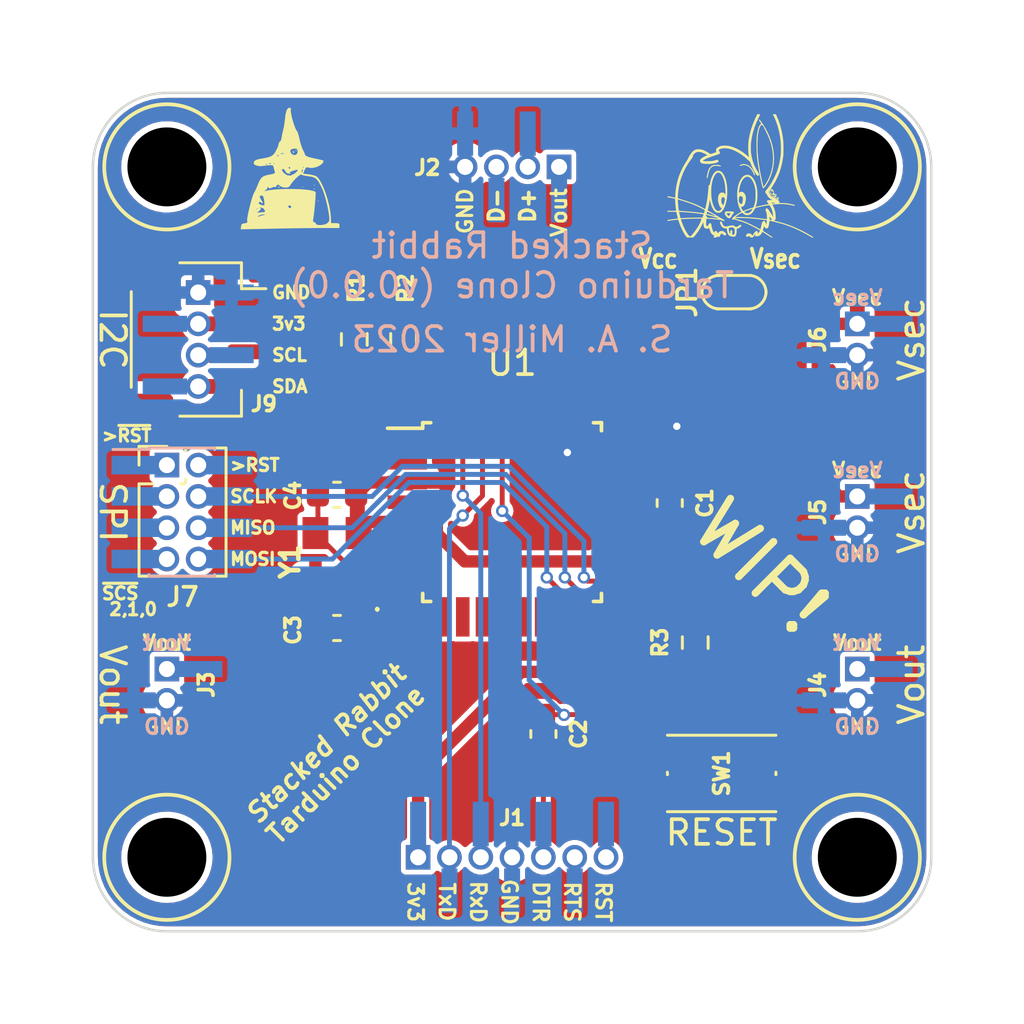
<source format=kicad_pcb>
(kicad_pcb (version 20211014) (generator pcbnew)
  (title_block (title "Tarduino Clone") (rev "0.0.0") (company "The Nerd Mage"))
  (layers (0 "F.Cu" signal) (31 "B.Cu" signal) (34 "B.Paste" user) (35 "F.Paste" user) (36 "B.SilkS" user "B.Silkscreen") (37 "F.SilkS" user "F.Silkscreen") (38 "B.Mask" user) (39 "F.Mask" user) (44 "Edge.Cuts" user))
  (net 0 "")
  (net 1 "SCL")
  (net 2 "SDA")
  (net 3 "GND")
  (net 4 "+3V3")
  (net 5 "IO3")
  (net 6 "IO1")
  (net 10 "/RTS")
  (net 11 "RST")
  (net 12 "Vsec")
  (net 13 "UD+")
  (net 14 "UD-")
  (net 15 "Net-(C3-Pad2)")
  (net 16 "Net-(C4-Pad2)")
  (net 17 "D3")
  (net 18 "D4")
  (net 19 "D5")
  (net 20 "D6")
  (net 21 "D7")
  (net 22 "D8")
  (net 23 "D9")
  (net 24 "D10")
  (net 25 "MOSI")
  (net 26 "MISO")
  (net 27 "A6")
  (net 28 "A7")
  (net 29 "A0")
  (net 30 "A1")
  (net 31 "A2")
  (net 32 "A3")
  (net 33 "RESET")
  (net 34 "D2")
  (net 35 "/AREF")
  (net 36 "DTR")
  (net 37 "SCLK")
  (net 38 "~{SCS}2")
  (net 39 "~{SCS}1")
  (net 40 "~{SCS}0")
  (net 41 "~{DEV_RESET}")
  (net 42 "DEV_RESET")
  (footprint "Tinker:Mount" (layer "F.Cu") (at 114 114)
    (fp_text reference "REF**" hide)
    (fp_text value "Mount" hide)
    (pad "" np_thru_hole circle (at 0 0) (size 3.2 3.2) (drill 3.2) (layers *.Mask))
  )
  (footprint "Tinker:Board_Stacker_7" (layer "F.Cu") (at 96.19 114 90)
    (fp_text reference "J1" (at 1.6 3.81) (layer "F.SilkS") (effects (font (size 0.6 0.6))))
    (fp_text value "Conn_01x07_Male")
    (pad "1" thru_hole rect (at 0 0 90) (size 1 1) (drill 0.65) (layers *.Cu *.Mask) (net 4 "+3V3"))
    (pad "1" smd rect (at 1.35 0 90) (size 1.8 0.65) (layers "B.Cu" "B.Paste" "B.Mask") (net 4 "+3V3"))
    (pad "2" thru_hole oval (at 0 1.27 90) (size 1 1) (drill 0.65) (layers *.Cu *.Mask) (net 5 "IO3"))
    (pad "2" smd rect (at -1.35 1.27 90) (size 1.8 0.65) (layers "B.Cu" "B.Paste" "B.Mask") (net 5 "IO3"))
    (pad "3" smd rect (at 1.35 2.54 90) (size 1.8 0.65) (layers "B.Cu" "B.Paste" "B.Mask") (net 6 "IO1"))
    (pad "3" thru_hole oval (at 0 2.54 90) (size 1 1) (drill 0.65) (layers *.Cu *.Mask) (net 6 "IO1"))
    (pad "4" thru_hole oval (at 0 3.81 90) (size 1 1) (drill 0.65) (layers *.Cu *.Mask) (net 3 "GND"))
    (pad "4" smd rect (at -1.35 3.81 90) (size 1.8 0.65) (layers "B.Cu" "B.Paste" "B.Mask") (net 3 "GND"))
    (pad "5" smd rect (at 1.35 5.08 90) (size 1.8 0.65) (layers "B.Cu" "B.Paste" "B.Mask") (net 36 "DTR"))
    (pad "5" thru_hole oval (at 0 5.08 90) (size 1 1) (drill 0.65) (layers *.Cu *.Mask) (net 36 "DTR"))
    (pad "6" thru_hole oval (at 0 6.35 90) (size 1 1) (drill 0.65) (layers *.Cu *.Mask) (net 10 "/RTS"))
    (pad "6" smd rect (at -1.35 6.35 90) (size 1.8 0.65) (layers "B.Cu" "B.Paste" "B.Mask") (net 10 "/RTS"))
    (pad "7" smd rect (at 1.35 7.62 90) (size 1.8 0.65) (layers "B.Cu" "B.Paste" "B.Mask") (net 11 "RST"))
    (pad "7" thru_hole oval (at 0 7.62 90) (size 1 1) (drill 0.65) (layers *.Cu *.Mask) (net 11 "RST"))
  )
  (footprint "Capacitor_SMD:C_0603_1608Metric" (layer "F.Cu") (at 92.9 99.3 180)
    (fp_text reference "C4" (at 1.788257 -0.032555 90) (layer "F.SilkS") (effects (font (size 0.6 0.6))))
    (fp_text value "20pF")
    (pad "1" smd roundrect (at -0.775 0 180) (size 0.9 0.95) (layers "F.Cu" "F.Paste" "F.Mask") (net 3 "GND"))
    (pad "2" smd roundrect (at 0.775 0 180) (size 0.9 0.95) (layers "F.Cu" "F.Paste" "F.Mask") (net 16 "Net-(C4-Pad2)"))
  )
  (footprint "Resistor_SMD:R_0603_1608Metric" (layer "F.Cu") (at 107.428728 105.2923 90)
    (fp_text reference "R3" (at 0 -1.43 90) (layer "F.SilkS") (effects (font (size 0.6 0.6))))
    (fp_text value "10R")
    (pad "1" smd roundrect (at -0.825 0 90) (size 0.8 0.95) (layers "F.Cu" "F.Paste" "F.Mask") (net 33 "RESET"))
    (pad "2" smd roundrect (at 0.825 0 90) (size 0.8 0.95) (layers "F.Cu" "F.Paste" "F.Mask") (net 4 "+3V3"))
  )
  (footprint "Capacitor_SMD:C_0603_1608Metric" (layer "F.Cu") (at 101.27 109 -90)
    (fp_text reference "C2" (at 0 -1.43 90) (layer "F.SilkS") (effects (font (size 0.6 0.6))))
    (fp_text value "100nF")
    (pad "1" smd roundrect (at -0.775 0 270) (size 0.9 0.95) (layers "F.Cu" "F.Paste" "F.Mask") (net 33 "RESET"))
    (pad "2" smd roundrect (at 0.775 0 270) (size 0.9 0.95) (layers "F.Cu" "F.Paste" "F.Mask") (net 36 "DTR"))
  )
  (footprint "Tinker:Mount" (layer "F.Cu") (at 86 114)
    (fp_text reference "REF**" hide)
    (fp_text value "Mount" hide)
    (pad "" np_thru_hole circle (at 0 0) (size 3.2 3.2) (drill 3.2) (layers *.Mask))
  )
  (footprint "Tinker:QWIIC_Stack_II" (layer "F.Cu") (at 87.27 93 -90)
    (fp_text reference "J9" (at 2.61321 -2.663751) (layer "F.SilkS") (effects (font (size 0.6 0.6))))
    (fp_text value "QWIIC_Stackable")
    (pad "1" thru_hole rect (at -1.905 0) (size 1 1) (drill 0.65) (layers *.Cu *.Mask) (net 3 "GND"))
    (pad "1" smd roundrect (at -1.905 -0.877656 270) (size 0.6 1.55) (layers "F.Cu" "F.Paste" "F.Mask") (net 3 "GND"))
    (pad "1" smd rect (at -1.905 -1.35) (size 1.8 0.65) (layers "B.Cu" "B.Paste" "B.Mask") (net 3 "GND"))
    (pad "1" smd roundrect (at -1.5 -1.97 270) (size 0.6 1.55) (layers "F.Cu" "F.Paste" "F.Mask") (net 3 "GND"))
    (pad "2" thru_hole oval (at -0.635 0) (size 1 1) (drill 0.65) (layers *.Cu *.Mask) (net 4 "+3V3"))
    (pad "2" smd roundrect (at -0.5 -1.97 270) (size 0.6 1.55) (layers "F.Cu" "F.Paste" "F.Mask") (net 4 "+3V3"))
    (pad "2" smd rect (at -0.635 1.35) (size 1.8 0.65) (layers "B.Cu" "B.Paste" "B.Mask") (net 4 "+3V3"))
    (pad "2" smd roundrect (at -0.635 -0.877656 270) (size 0.6 1.55) (layers "F.Cu" "F.Paste" "F.Mask") (net 4 "+3V3"))
    (pad "3" smd rect (at 0.635 -1.35) (size 1.8 0.65) (layers "B.Cu" "B.Paste" "B.Mask") (net 2 "SDA"))
    (pad "3" thru_hole oval (at 0.635 0) (size 1 1) (drill 0.65) (layers *.Cu *.Mask) (net 2 "SDA"))
    (pad "3" smd roundrect (at 0.5 -1.97 270) (size 0.6 1.55) (layers "F.Cu" "F.Paste" "F.Mask") (net 2 "SDA"))
    (pad "3" smd roundrect (at 0.635 -0.877656 270) (size 0.6 1.55) (layers "F.Cu" "F.Paste" "F.Mask") (net 2 "SDA"))
    (pad "4" thru_hole oval (at 1.905 0) (size 1 1) (drill 0.65) (layers *.Cu *.Mask) (net 1 "SCL"))
    (pad "4" smd roundrect (at 1.5 -1.97 270) (size 0.6 1.55) (layers "F.Cu" "F.Paste" "F.Mask") (net 1 "SCL"))
    (pad "4" smd roundrect (at 1.905 -0.877656 270) (size 0.6 1.55) (layers "F.Cu" "F.Paste" "F.Mask") (net 1 "SCL"))
    (pad "4" smd rect (at 1.905 1.35) (size 1.8 0.65) (layers "B.Cu" "B.Paste" "B.Mask") (net 1 "SCL"))
    (pad "MP" smd roundrect (at -2.8 1.905 270) (size 1.2 1.8) (layers "F.Cu" "F.Paste" "F.Mask") (roundrect_rratio 0.208333) (net 3 "GND"))
    (pad "MP" smd roundrect (at 2.8 1.905 270) (size 1.2 1.8) (layers "F.Cu" "F.Paste" "F.Mask") (roundrect_rratio 0.208333) (net 3 "GND"))
  )
  (footprint "Tinker:DagNabbit" (layer "F.Cu") (at 109 87)
    (fp_text reference "REF**" hide)
    (fp_text value "DagNabbit" hide)
  )
  (footprint "Capacitor_SMD:C_0603_1608Metric" (layer "F.Cu") (at 92.9 104.7)
    (fp_text reference "C3" (at -1.784672 0.083393 90) (layer "F.SilkS") (effects (font (size 0.6 0.6))))
    (fp_text value "20pF")
    (pad "1" smd roundrect (at -0.775 0) (size 0.9 0.95) (layers "F.Cu" "F.Paste" "F.Mask") (net 3 "GND"))
    (pad "2" smd roundrect (at 0.775 0) (size 0.9 0.95) (layers "F.Cu" "F.Paste" "F.Mask") (net 15 "Net-(C3-Pad2)"))
  )
  (footprint "Package_QFP:TQFP-32_7x7mm_P0.8mm" (layer "F.Cu") (at 100 100)
    (fp_text reference "U1" (at 0 -6.05) (layer "F.SilkS"))
    (fp_text value "ATmega328PB-A")
    (pad "1" smd rect (at -4.25 -2.8) (size 1.6 0.55) (layers "F.Cu" "F.Paste" "F.Mask") (net 17 "D3"))
    (pad "2" smd rect (at -4.25 -2) (size 1.6 0.55) (layers "F.Cu" "F.Paste" "F.Mask") (net 18 "D4"))
    (pad "3" smd rect (at -4.25 -1.2) (size 1.6 0.55) (layers "F.Cu" "F.Paste" "F.Mask") (net 3 "GND"))
    (pad "4" smd rect (at -4.25 -0.4) (size 1.6 0.55) (layers "F.Cu" "F.Paste" "F.Mask") (net 4 "+3V3"))
    (pad "5" smd rect (at -4.25 0.4) (size 1.6 0.55) (layers "F.Cu" "F.Paste" "F.Mask") (net 3 "GND"))
    (pad "6" smd rect (at -4.25 1.2) (size 1.6 0.55) (layers "F.Cu" "F.Paste" "F.Mask") (net 4 "+3V3"))
    (pad "7" smd rect (at -4.25 2) (size 1.6 0.55) (layers "F.Cu" "F.Paste" "F.Mask") (net 16 "Net-(C4-Pad2)"))
    (pad "8" smd rect (at -4.25 2.8) (size 1.6 0.55) (layers "F.Cu" "F.Paste" "F.Mask") (net 15 "Net-(C3-Pad2)"))
    (pad "9" smd rect (at -2.8 4.25 90) (size 1.6 0.55) (layers "F.Cu" "F.Paste" "F.Mask") (net 19 "D5"))
    (pad "10" smd rect (at -2 4.25 90) (size 1.6 0.55) (layers "F.Cu" "F.Paste" "F.Mask") (net 20 "D6"))
    (pad "11" smd rect (at -1.2 4.25 90) (size 1.6 0.55) (layers "F.Cu" "F.Paste" "F.Mask") (net 21 "D7"))
    (pad "12" smd rect (at -0.4 4.25 90) (size 1.6 0.55) (layers "F.Cu" "F.Paste" "F.Mask") (net 22 "D8"))
    (pad "13" smd rect (at 0.4 4.25 90) (size 1.6 0.55) (layers "F.Cu" "F.Paste" "F.Mask") (net 23 "D9"))
    (pad "14" smd rect (at 1.2 4.25 90) (size 1.6 0.55) (layers "F.Cu" "F.Paste" "F.Mask") (net 24 "D10"))
    (pad "15" smd rect (at 2 4.25 90) (size 1.6 0.55) (layers "F.Cu" "F.Paste" "F.Mask") (net 25 "MOSI"))
    (pad "16" smd rect (at 2.8 4.25 90) (size 1.6 0.55) (layers "F.Cu" "F.Paste" "F.Mask") (net 26 "MISO"))
    (pad "17" smd rect (at 4.25 2.8) (size 1.6 0.55) (layers "F.Cu" "F.Paste" "F.Mask") (net 37 "SCLK"))
    (pad "18" smd rect (at 4.25 2) (size 1.6 0.55) (layers "F.Cu" "F.Paste" "F.Mask") (net 4 "+3V3"))
    (pad "19" smd rect (at 4.25 1.2) (size 1.6 0.55) (layers "F.Cu" "F.Paste" "F.Mask") (net 27 "A6"))
    (pad "20" smd rect (at 4.25 0.4) (size 1.6 0.55) (layers "F.Cu" "F.Paste" "F.Mask") (net 35 "/AREF"))
    (pad "21" smd rect (at 4.25 -0.4) (size 1.6 0.55) (layers "F.Cu" "F.Paste" "F.Mask") (net 3 "GND"))
    (pad "22" smd rect (at 4.25 -1.2) (size 1.6 0.55) (layers "F.Cu" "F.Paste" "F.Mask") (net 28 "A7"))
    (pad "23" smd rect (at 4.25 -2) (size 1.6 0.55) (layers "F.Cu" "F.Paste" "F.Mask") (net 29 "A0"))
    (pad "24" smd rect (at 4.25 -2.8) (size 1.6 0.55) (layers "F.Cu" "F.Paste" "F.Mask") (net 30 "A1"))
    (pad "25" smd rect (at 2.8 -4.25 90) (size 1.6 0.55) (layers "F.Cu" "F.Paste" "F.Mask") (net 31 "A2"))
    (pad "26" smd rect (at 2 -4.25 90) (size 1.6 0.55) (layers "F.Cu" "F.Paste" "F.Mask") (net 32 "A3"))
    (pad "27" smd rect (at 1.2 -4.25 90) (size 1.6 0.55) (layers "F.Cu" "F.Paste" "F.Mask") (net 2 "SDA"))
    (pad "28" smd rect (at 0.4 -4.25 90) (size 1.6 0.55) (layers "F.Cu" "F.Paste" "F.Mask") (net 1 "SCL"))
    (pad "29" smd rect (at -0.4 -4.25 90) (size 1.6 0.55) (layers "F.Cu" "F.Paste" "F.Mask") (net 33 "RESET"))
    (pad "30" smd rect (at -1.2 -4.25 90) (size 1.6 0.55) (layers "F.Cu" "F.Paste" "F.Mask") (net 5 "IO3"))
    (pad "31" smd rect (at -2 -4.25 90) (size 1.6 0.55) (layers "F.Cu" "F.Paste" "F.Mask") (net 6 "IO1"))
    (pad "32" smd rect (at -2.8 -4.25 90) (size 1.6 0.55) (layers "F.Cu" "F.Paste" "F.Mask") (net 34 "D2"))
  )
  (footprint "Tinker:Board_Stacker_2" (layer "F.Cu") (at 114 106.365)
    (fp_text reference "J4" (at -1.6 0.635 90) (layer "F.SilkS") (effects (font (size 0.6 0.6))))
    (fp_text value "Conn_01x02_Male")
    (pad "1" thru_hole rect (at 0 0) (size 1 1) (drill 0.65) (layers *.Cu *.Mask))
    (pad "1" smd rect (at 1.35 0) (size 1.8 0.65) (layers "B.Cu" "B.Paste" "B.Mask"))
    (pad "2" smd rect (at -1.35 1.27) (size 1.8 0.65) (layers "B.Cu" "B.Paste" "B.Mask") (net 3 "GND"))
    (pad "2" thru_hole oval (at 0 1.27) (size 1 1) (drill 0.65) (layers *.Cu *.Mask) (net 3 "GND"))
  )
  (footprint "Tinker:Mount" (layer "F.Cu") (at 114 86)
    (fp_text reference "REF**" hide)
    (fp_text value "Mount" hide)
    (pad "" np_thru_hole circle (at 0 0) (size 3.2 3.2) (drill 3.2) (layers *.Mask))
  )
  (footprint "Tinker:Board_Stacker_2" (layer "F.Cu") (at 86 106.365)
    (fp_text reference "J3" (at 1.6 0.635 90) (layer "F.SilkS") (effects (font (size 0.6 0.6))))
    (fp_text value "Conn_01x02_Male")
    (pad "1" thru_hole rect (at 0 0) (size 1 1) (drill 0.65) (layers *.Cu *.Mask))
    (pad "1" smd rect (at 1.35 0) (size 1.8 0.65) (layers "B.Cu" "B.Paste" "B.Mask"))
    (pad "2" thru_hole oval (at 0 1.27) (size 1 1) (drill 0.65) (layers *.Cu *.Mask) (net 3 "GND"))
    (pad "2" smd rect (at -1.35 1.27) (size 1.8 0.65) (layers "B.Cu" "B.Paste" "B.Mask") (net 3 "GND"))
  )
  (footprint "Tinker:NerdMage" (layer "F.Cu") (at 91 86)
    (fp_text reference "G***" hide)
    (fp_text value "LOGO" hide)
  )
  (footprint "Resistor_SMD:R_0603_1608Metric" (layer "F.Cu") (at 93.6 92.997162 90)
    (fp_text reference "R1" (at 2.073732 0.080339 90) (layer "F.SilkS") (effects (font (size 0.6 0.6))))
    (fp_text value "10R")
    (pad "1" smd roundrect (at -0.825 0 90) (size 0.8 0.95) (layers "F.Cu" "F.Paste" "F.Mask") (net 2 "SDA"))
    (pad "2" smd roundrect (at 0.825 0 90) (size 0.8 0.95) (layers "F.Cu" "F.Paste" "F.Mask") (net 4 "+3V3"))
  )
  (footprint "Capacitor_SMD:C_0603_1608Metric" (layer "F.Cu") (at 106.393026 99.63218 -90)
    (fp_text reference "C1" (at 0 -1.43 90) (layer "F.SilkS") (effects (font (size 0.6 0.6))))
    (fp_text value "100nF")
    (pad "1" smd roundrect (at -0.775 0 270) (size 0.9 0.95) (layers "F.Cu" "F.Paste" "F.Mask") (net 3 "GND"))
    (pad "2" smd roundrect (at 0.775 0 270) (size 0.9 0.95) (layers "F.Cu" "F.Paste" "F.Mask") (net 35 "/AREF"))
  )
  (footprint "Tinker:Board_Stacker_2" (layer "F.Cu") (at 114 92.365)
    (fp_text reference "J6" (at -1.6 0.635 90) (layer "F.SilkS") (effects (font (size 0.6 0.6))))
    (fp_text value "Conn_01x02_Male")
    (pad "1" smd rect (at 1.35 0) (size 1.8 0.65) (layers "B.Cu" "B.Paste" "B.Mask") (net 12 "Vsec"))
    (pad "1" thru_hole rect (at 0 0) (size 1 1) (drill 0.65) (layers *.Cu *.Mask) (net 12 "Vsec"))
    (pad "2" smd rect (at -1.35 1.27) (size 1.8 0.65) (layers "B.Cu" "B.Paste" "B.Mask") (net 3 "GND"))
    (pad "2" thru_hole oval (at 0 1.27) (size 1 1) (drill 0.65) (layers *.Cu *.Mask) (net 3 "GND"))
  )
  (footprint "Tinker:ABM825000MHz10B1UT" (layer "F.Cu") (at 92.9 102 90)
    (fp_text reference "Y1" (at 0 -1.905 90) (layer "F.SilkS") (effects (font (size 0.75 0.75) (thickness 0.1875))))
    (fp_text value "20.000MHz" hide)
    (pad "1" smd rect (at -1.15 0.875 180) (size 1.05 1.3) (layers "F.Cu" "F.Paste" "F.Mask") (net 15 "Net-(C3-Pad2)"))
    (pad "2" smd rect (at 1.15 0.875 180) (size 1.05 1.3) (layers "F.Cu" "F.Paste" "F.Mask") (net 3 "GND"))
    (pad "3" smd rect (at 1.15 -0.875 180) (size 1.05 1.3) (layers "F.Cu" "F.Paste" "F.Mask") (net 16 "Net-(C4-Pad2)"))
    (pad "4" smd rect (at -1.15 -0.875 180) (size 1.05 1.3) (layers "F.Cu" "F.Paste" "F.Mask") (net 3 "GND"))
  )
  (footprint "Tinker:Board_Stacker_2" (layer "F.Cu") (at 114 99.365)
    (fp_text reference "J5" (at -1.6 0.635 90) (layer "F.SilkS") (effects (font (size 0.6 0.6))))
    (fp_text value "Conn_01x02_Male")
    (pad "1" smd rect (at 1.35 0) (size 1.8 0.65) (layers "B.Cu" "B.Paste" "B.Mask") (net 12 "Vsec"))
    (pad "1" thru_hole rect (at 0 0) (size 1 1) (drill 0.65) (layers *.Cu *.Mask) (net 12 "Vsec"))
    (pad "2" smd rect (at -1.35 1.27) (size 1.8 0.65) (layers "B.Cu" "B.Paste" "B.Mask") (net 3 "GND"))
    (pad "2" thru_hole oval (at 0 1.27) (size 1 1) (drill 0.65) (layers *.Cu *.Mask) (net 3 "GND"))
  )
  (footprint "Tinker:Mount" (layer "F.Cu") (at 86 86)
    (fp_text reference "REF**" hide)
    (fp_text value "Mount" hide)
    (pad "" np_thru_hole circle (at 0 0) (size 3.2 3.2) (drill 3.2) (layers *.Mask))
  )
  (footprint "Resistor_SMD:R_0603_1608Metric" (layer "F.Cu") (at 95.6 92.997162 90)
    (fp_text reference "R2" (at 2.073732 0.080339 90) (layer "F.SilkS") (effects (font (size 0.6 0.6))))
    (fp_text value "10R")
    (pad "1" smd roundrect (at -0.825 0 90) (size 0.8 0.95) (layers "F.Cu" "F.Paste" "F.Mask") (net 1 "SCL"))
    (pad "2" smd roundrect (at 0.825 0 90) (size 0.8 0.95) (layers "F.Cu" "F.Paste" "F.Mask") (net 4 "+3V3"))
  )
  (footprint "Tinker:SW_Push_TS273014TP" (layer "F.Cu") (at 108.5 110.6 180)
    (fp_text reference "SW1" (at 0 0 90) (layer "F.SilkS") (effects (font (size 0.6 0.6))))
    (fp_text value "SW_Push" hide)
    (pad "1" smd rect (at -1.85 -0.85 180) (size 1.6 0.6) (layers "F.Cu" "F.Paste" "F.Mask") (net 3 "GND"))
    (pad "1" smd rect (at 1.85 -0.85 180) (size 1.6 0.6) (layers "F.Cu" "F.Paste" "F.Mask") (net 3 "GND"))
    (pad "2" smd rect (at -1.85 0.85 180) (size 1.6 0.6) (layers "F.Cu" "F.Paste" "F.Mask") (net 33 "RESET"))
    (pad "2" smd rect (at 1.85 0.85 180) (size 1.6 0.6) (layers "F.Cu" "F.Paste" "F.Mask") (net 33 "RESET"))
  )
  (footprint "Tinker:Board_Stacker_4" (layer "F.Cu") (at 101.905 86 -90)
    (fp_text reference "J2" (at 0.032251 5.341301) (layer "F.SilkS") (effects (font (size 0.6 0.6))))
    (fp_text value "Conn_01x04_Male")
    (pad "1" smd rect (at 1.35 0 270) (size 1.8 0.65) (layers "B.Cu" "B.Paste" "B.Mask"))
    (pad "1" thru_hole rect (at 0 0 270) (size 1 1) (drill 0.65) (layers *.Cu *.Mask))
    (pad "2" smd rect (at -1.35 1.27 270) (size 1.8 0.65) (layers "B.Cu" "B.Paste" "B.Mask") (net 13 "UD+"))
    (pad "2" thru_hole oval (at 0 1.27 270) (size 1 1) (drill 0.65) (layers *.Cu *.Mask) (net 13 "UD+"))
    (pad "3" thru_hole oval (at 0 2.54 270) (size 1 1) (drill 0.65) (layers *.Cu *.Mask) (net 14 "UD-"))
    (pad "3" smd rect (at 1.35 2.54 270) (size 1.8 0.65) (layers "B.Cu" "B.Paste" "B.Mask") (net 14 "UD-"))
    (pad "4" thru_hole oval (at 0 3.81 270) (size 1 1) (drill 0.65) (layers *.Cu *.Mask) (net 3 "GND"))
    (pad "4" smd rect (at -1.35 3.81 270) (size 1.8 0.65) (layers "B.Cu" "B.Paste" "B.Mask") (net 3 "GND"))
  )
  (footprint "Tinker:SolderJumper-2_P_Open_Rounded_skinny" (layer "F.Cu") (at 109 91.08 180)
    (fp_text reference "JP1" (at 1.9 0 90) (layer "F.SilkS") (effects (font (size 0.75 0.75))))
    (fp_text value "SolderJumper_2_Open" hide)
    (pad "1" smd custom (at -0.65 0 180) (size 1 0.2) (layers "F.Cu" "F.Mask") (net 12 "Vsec") (options (clearance outline) (anchor rect)) (primitives (gr_circle (center 0 0.1) (end 0.5 0.1) (width 0) (fill yes)) (gr_circle (center 0 -0.1) (end 0.5 -0.1) (width 0) (fill yes)) (gr_poly (pts (xy 0.5 0.6) (xy 0 0.6) (xy 0 -0.6) (xy 0.5 -0.6)) (width 0) (fill yes))))
    (pad "2" smd custom (at 0.65 0 180) (size 1 0.2) (layers "F.Cu" "F.Mask") (net 4 "+3V3") (options (clearance outline) (anchor rect)) (primitives (gr_circle (center 0 0.1) (end 0.5 0.1) (width 0) (fill yes)) (gr_circle (center 0 -0.1) (end 0.5 -0.1) (width 0) (fill yes)) (gr_poly (pts (xy 0 0.6) (xy -0.5 0.6) (xy -0.5 -0.6) (xy 0 -0.6)) (width 0) (fill yes))))
  )
  (footprint "Tinker:PinHeader_2x04_P1.27mm_Vertical" (layer "F.Cu") (at 86 98.095)
    (fp_text reference "J7" (at 0.635 5.345) (layer "F.SilkS") (effects (font (size 0.75 0.75))))
    (fp_text value "Conn_01x08_Male")
    (pad "1" thru_hole rect (at 0 0) (size 1 1) (drill 0.65) (layers *.Cu *.Mask) (net 41 "~{DEV_RESET}"))
    (pad "1" smd rect (at -1.195 0) (size 2.1 0.75) (layers "B.Cu" "B.Paste" "B.Mask") (net 41 "~{DEV_RESET}"))
    (pad "2" thru_hole oval (at 1.27 0) (size 1 1) (drill 0.65) (layers *.Cu *.Mask) (net 42 "DEV_RESET"))
    (pad "2" smd rect (at 2.405 0) (size 2.1 0.75) (layers "B.Cu" "B.Paste" "B.Mask") (net 42 "DEV_RESET"))
    (pad "3" smd rect (at -1.195 1.27) (size 2.1 0.75) (layers "B.Cu" "B.Paste" "B.Mask") (net 38 "~{SCS}2"))
    (pad "3" thru_hole oval (at 0 1.27) (size 1 1) (drill 0.65) (layers *.Cu *.Mask) (net 38 "~{SCS}2"))
    (pad "4" thru_hole oval (at 1.27 1.27) (size 1 1) (drill 0.65) (layers *.Cu *.Mask) (net 37 "SCLK"))
    (pad "4" smd rect (at 2.405 1.27) (size 2.1 0.75) (layers "B.Cu" "B.Paste" "B.Mask") (net 37 "SCLK"))
    (pad "5" smd rect (at -1.195 2.54) (size 2.1 0.75) (layers "B.Cu" "B.Paste" "B.Mask") (net 39 "~{SCS}1"))
    (pad "5" thru_hole oval (at 0 2.54) (size 1 1) (drill 0.65) (layers *.Cu *.Mask) (net 39 "~{SCS}1"))
    (pad "6" smd rect (at 2.405 2.54) (size 2.1 0.75) (layers "B.Cu" "B.Paste" "B.Mask") (net 26 "MISO"))
    (pad "6" thru_hole oval (at 1.27 2.54) (size 1 1) (drill 0.65) (layers *.Cu *.Mask) (net 26 "MISO"))
    (pad "7" smd rect (at -1.195 3.81) (size 2.1 0.75) (layers "B.Cu" "B.Paste" "B.Mask") (net 40 "~{SCS}0"))
    (pad "7" thru_hole oval (at 0 3.81) (size 1 1) (drill 0.65) (layers *.Cu *.Mask) (net 40 "~{SCS}0"))
    (pad "8" thru_hole oval (at 1.27 3.81) (size 1 1) (drill 0.65) (layers *.Cu *.Mask) (net 25 "MOSI"))
    (pad "8" smd rect (at 2.405 3.81) (size 2.1 0.75) (layers "B.Cu" "B.Paste" "B.Mask") (net 25 "MOSI"))
  )
  (gr_line (start 117 86) (end 117 114) (layer "Edge.Cuts") (width 0.1))
  (gr_arc (start 86 117) (mid 83.87868 116.12132) (end 83 114) (layer "Edge.Cuts") (width 0.1))
  (gr_arc (start 83 86) (mid 83.87868 83.87868) (end 86 83) (layer "Edge.Cuts") (width 0.1))
  (gr_line (start 86 83) (end 114 83) (layer "Edge.Cuts") (width 0.1))
  (gr_line (start 83 114) (end 83 86) (layer "Edge.Cuts") (width 0.1))
  (gr_arc (start 114 83) (mid 116.12132 83.87868) (end 117 86) (layer "Edge.Cuts") (width 0.1))
  (gr_line (start 86 117) (end 114 117) (layer "Edge.Cuts") (width 0.1))
  (gr_arc (start 117 114) (mid 116.12132 116.12132) (end 114 117) (layer "Edge.Cuts") (width 0.1))
  (gr_text "Stacked Rabbit\n${TITLE} (v${REVISION})" (at 100 90) (layer "B.SilkS") (effects (font (size 1 1)) (justify mirror)))
  (gr_text "Vout" (at 86 105.3) (layer "B.SilkS") (effects (font (size 0.6 0.6) (thickness 0.125)) (justify mirror)))
  (gr_text "Vout" (at 114 105.3) (layer "B.SilkS") (effects (font (size 0.6 0.6) (thickness 0.125)) (justify mirror)))
  (gr_text "Vsec" (at 114 98.3) (layer "B.SilkS") (effects (font (size 0.6 0.6) (thickness 0.125)) (justify mirror)))
  (gr_text "Vsec" (at 114 91.3) (layer "B.SilkS") (effects (font (size 0.6 0.6) (thickness 0.125)) (justify mirror)))
  (gr_text "GND" (at 114 101.7) (layer "B.SilkS") (effects (font (size 0.6 0.6) (thickness 0.125)) (justify mirror)))
  (gr_text "GND" (at 114 108.7) (layer "B.SilkS") (effects (font (size 0.6 0.6) (thickness 0.125)) (justify mirror)))
  (gr_text "GND" (at 86 108.7) (layer "B.SilkS") (effects (font (size 0.6 0.6) (thickness 0.125)) (justify mirror)))
  (gr_text "GND" (at 114 94.7) (layer "B.SilkS") (effects (font (size 0.6 0.6) (thickness 0.125)) (justify mirror)))
  (gr_text "S. A. Miller 2023" (at 100 93) (layer "B.SilkS") (effects (font (size 1 1)) (justify mirror)))
  (gr_text "Stacked Rabbit" (at 92.46407 109.396747 45) (layer "F.SilkS") (effects (font (size 0.75 0.75) (thickness 0.15) italic)))
  (gr_text "I2C" (at 83.8 93 -90) (layer "F.SilkS") (effects (font (size 1 1))))
  (gr_text "2,1,0" (at 83.6 103.94) (layer "F.SilkS") (effects (font (size 0.5 0.5) (thickness 0.125)) (justify left)))
  (gr_text "Vout" (at 86 105.3) (layer "F.SilkS") (effects (font (size 0.6 0.6) (thickness 0.125))))
  (gr_text "~{SCS}" (at 83.3 103.3) (layer "F.SilkS") (effects (font (size 0.5 0.5) (thickness 0.125)) (justify left)))
  (gr_text "Vsec" (at 114 98.3) (layer "F.SilkS") (effects (font (size 0.6 0.6) (thickness 0.125))))
  (gr_text "GND" (at 114 94.7) (layer "F.SilkS") (effects (font (size 0.6 0.6) (thickness 0.125))))
  (gr_text "WIP!" (at 110.069419 102.207464 -45) (layer "F.SilkS") (effects (font (size 2 2) (thickness 0.3))))
  (gr_text "Vsec" (at 116.2 93 90) (layer "F.SilkS") (effects (font (size 1 1))))
  (gr_text "Vout" (at 114 105.3) (layer "F.SilkS") (effects (font (size 0.6 0.6) (thickness 0.125))))
  (gr_text "Vout" (at 116.2 107 90) (layer "F.SilkS") (effects (font (size 1 1))))
  (gr_text "GND" (at 86 108.7) (layer "F.SilkS") (effects (font (size 0.6 0.6) (thickness 0.125))))
  (gr_text "RxD" (at 98.622125 115.812234 270) (layer "F.SilkS") (effects (font (size 0.6 0.6) (thickness 0.125))))
  (gr_text ">RST" (at 88.5 98.095) (layer "F.SilkS") (effects (font (size 0.5 0.5) (thickness 0.125)) (justify left)))
  (gr_text "Vsec" (at 110.68 89.726721) (layer "F.SilkS") (effects (font (size 0.75 0.6))))
  (gr_text "TxD" (at 97.352125 115.812234 270) (layer "F.SilkS") (effects (font (size 0.6 0.6) (thickness 0.125))))
  (gr_text ">~{RST}" (at 83.3 96.9) (layer "F.SilkS") (effects (font (size 0.5 0.5) (thickness 0.125)) (justify left)))
  (gr_text "GND" (at 114 101.7) (layer "F.SilkS") (effects (font (size 0.6 0.6) (thickness 0.125))))
  (gr_text "GND" (at 114 108.7) (layer "F.SilkS") (effects (font (size 0.6 0.6) (thickness 0.125))))
  (gr_text "SCLK" (at 88.5 99.365) (layer "F.SilkS") (effects (font (size 0.5 0.5) (thickness 0.125)) (justify left)))
  (gr_text "GND" (at 99.892125 115.812234 270) (layer "F.SilkS") (effects (font (size 0.6 0.6) (thickness 0.125))))
  (gr_text "Vsec" (at 116.2 100 90) (layer "F.SilkS") (effects (font (size 1 1))))
  (gr_text "MOSI" (at 88.5 101.905) (layer "F.SilkS") (effects (font (size 0.5 0.5) (thickness 0.125)) (justify left)))
  (gr_text "3v3" (at 90.2 92.365) (layer "F.SilkS") (effects (font (size 0.5 0.5) (thickness 0.125)) (justify left)))
  (gr_text "RTS" (at 102.432125 115.812234 270) (layer "F.SilkS") (effects (font (size 0.6 0.6) (thickness 0.125))))
  (gr_text "DTR" (at 101.162125 115.812234 270) (layer "F.SilkS") (effects (font (size 0.6 0.6) (thickness 0.125))))
  (gr_text "D-" (at 99.365 86.8 90) (layer "F.SilkS") (effects (font (size 0.6 0.6)) (justify right)))
  (gr_text "RST" (at 103.702125 115.812234 270) (layer "F.SilkS") (effects (font (size 0.6 0.6) (thickness 0.125))))
  (gr_text "RESET" (at 108.5 113) (layer "F.SilkS") (effects (font (size 1 1))))
  (gr_text "Vout" (at 101.905 86.8 90) (layer "F.SilkS") (effects (font (size 0.6 0.6) (thickness 0.125)) (justify right)))
  (gr_text "GND" (at 98.095 86.8 90) (layer "F.SilkS") (effects (font (size 0.6 0.6) (thickness 0.125)) (justify right)))
  (gr_text "D+" (at 100.635 86.8 90) (layer "F.SilkS") (effects (font (size 0.6 0.6)) (justify right)))
  (gr_text "GND" (at 90.2 91.095) (layer "F.SilkS") (effects (font (size 0.5 0.5) (thickness 0.125)) (justify left)))
  (gr_text "Vsec" (at 114 91.3) (layer "F.SilkS") (effects (font (size 0.6 0.6) (thickness 0.125))))
  (gr_text "Vout" (at 83.8 107 -90) (layer "F.SilkS") (effects (font (size 1 1))))
  (gr_text "${TITLE}" (at 93.267651 110.245027 45) (layer "F.SilkS") (effects (font (size 0.75 0.75))))
  (gr_text "SPI" (at 83.8 100 -90) (layer "F.SilkS") (effects (font (size 1 1))))
  (gr_text "SDA" (at 90.2 94.905) (layer "F.SilkS") (effects (font (size 0.5 0.5) (thickness 0.125)) (justify left)))
  (gr_text "SCL" (at 90.2 93.635) (layer "F.SilkS") (effects (font (size 0.5 0.5) (thickness 0.125)) (justify left)))
  (gr_text "MISO" (at 88.5 100.635) (layer "F.SilkS") (effects (font (size 0.5 0.5) (thickness 0.125)) (justify left)))
  (gr_text "3v3" (at 96.082125 115.812234 270) (layer "F.SilkS") (effects (font (size 0.6 0.6) (thickness 0.125))))
  (gr_text "Vcc" (at 105.924051 89.726721) (layer "F.SilkS") (effects (font (size 0.75 0.6))))
  (segment (start 99.526781 93.822162) (end 100.425755 94.721136) (width 0.2) (layer "F.Cu") (net 1))
  (segment (start 94.922162 94.5) (end 92.630412 94.5) (width 0.2) (layer "F.Cu") (net 1))
  (segment (start 95.6 93.822162) (end 99.526781 93.822162) (width 0.2) (layer "F.Cu") (net 1))
  (segment (start 95.6 93.822162) (end 94.922162 94.5) (width 0.2) (layer "F.Cu") (net 1))
  (segment (start 100.425755 94.721136) (end 100.4 94.746891) (width 0.2) (layer "F.Cu") (net 1))
  (segment (start 100.4 94.746891) (end 100.4 95.75) (width 0.2) (layer "F.Cu") (net 1))
  (segment (start 89.24 94.5) (end 92.630412 94.5) (width 0.2) (layer "F.Cu") (net 1))
  (segment (start 99.432144 92.865) (end 101.2 94.632856) (width 0.2) (layer "F.Cu") (net 2))
  (segment (start 94.376677 92.865) (end 99.432144 92.865) (width 0.2) (layer "F.Cu") (net 2))
  (segment (start 101.2 94.632856) (end 101.2 95.75) (width 0.2) (layer "F.Cu") (net 2))
  (segment (start 93.277838 93.5) (end 93.6 93.822162) (width 0.2) (layer "F.Cu") (net 2))
  (segment (start 93.6 93.641677) (end 94.376677 92.865) (width 0.2) (layer "F.Cu") (net 2))
  (segment (start 93.6 93.822162) (end 93.6 93.641677) (width 0.2) (layer "F.Cu") (net 2))
  (segment (start 89.24 93.5) (end 93.277838 93.5) (width 0.2) (layer "F.Cu") (net 2))
  (segment (start 95.75 98.8) (end 94.175 98.8) (width 0.5) (layer "F.Cu") (net 3))
  (segment (start 94.175 98.8) (end 93.675 99.3) (width 0.5) (layer "F.Cu") (net 3))
  (segment (start 94.225 100.4) (end 93.775 100.85) (width 0.5) (layer "F.Cu") (net 3))
  (segment (start 95.75 100.4) (end 94.225 100.4) (width 0.5) (layer "F.Cu") (net 3))
  (via (at 106.68 96.52) (size 0.5) (drill 0.3) (layers "F.Cu" "B.Cu") (net 3))
  (via (at 102.241325 97.583431) (size 0.5) (drill 0.3) (layers "F.Cu" "B.Cu") (net 3))
  (segment (start 87.27 92.365) (end 107.065 92.365) (width 0.5) (layer "F.Cu") (net 4))
  (segment (start 96.825 99.6) (end 96.95 99.725) (width 0.5) (layer "F.Cu") (net 4))
  (segment (start 105.416253 106.479775) (end 107.428728 104.4673) (width 0.5) (layer "F.Cu") (net 4))
  (segment (start 96.19 114) (end 96.19 110.658543) (width 0.5) (layer "F.Cu") (net 4))
  (segment (start 107.585711 101.773856) (end 108.35 101.009567) (width 0.5) (layer "F.Cu") (net 4))
  (segment (start 95.75 99.6) (end 96.825 99.6) (width 0.5) (layer "F.Cu") (net 4))
  (segment (start 96.19 110.658543) (end 100.368768 106.479775) (width 0.5) (layer "F.Cu") (net 4))
  (segment (start 96.95 100.871293) (end 96.621293 101.2) (width 0.5) (layer "F.Cu") (net 4))
  (segment (start 104.25 102) (end 107.359567 102) (width 0.5) (layer "F.Cu") (net 4))
  (segment (start 100.368768 106.479775) (end 105.416253 106.479775) (width 0.5) (layer "F.Cu") (net 4))
  (segment (start 96.95 99.725) (end 96.95 100.871293) (width 0.5) (layer "F.Cu") (net 4))
  (segment (start 107.428728 101.930839) (end 107.585711 101.773856) (width 0.5) (layer "F.Cu") (net 4))
  (segment (start 107.428728 104.4673) (end 107.428728 101.930839) (width 0.5) (layer "F.Cu") (net 4))
  (segment (start 96.621293 101.2) (end 95.75 101.2) (width 0.5) (layer "F.Cu") (net 4))
  (segment (start 107.359567 102) (end 107.585711 101.773856) (width 0.5) (layer "F.Cu") (net 4))
  (segment (start 108.35 101.009567) (end 108.35 91.08) (width 0.5) (layer "F.Cu") (net 4))
  (segment (start 104.25 102) (end 98.078707 102) (width 0.5) (layer "F.Cu") (net 4))
  (segment (start 107.065 92.365) (end 108.35 91.08) (width 0.5) (layer "F.Cu") (net 4))
  (segment (start 98.078707 102) (end 96.95 100.871293) (width 0.5) (layer "F.Cu") (net 4))
  (segment (start 97.998537 100.139972) (end 98.8 99.338509) (width 0.2) (layer "F.Cu") (net 5))
  (segment (start 98.8 99.338509) (end 98.8 95.75) (width 0.2) (layer "F.Cu") (net 5))
  (via (at 97.998537 100.139972) (size 0.5) (drill 0.3) (layers "F.Cu" "B.Cu") (net 5))
  (segment (start 97.998537 100.139972) (end 97.46 100.678509) (width 0.2) (layer "B.Cu") (net 5))
  (segment (start 97.46 100.678509) (end 97.46 114) (width 0.2) (layer "B.Cu") (net 5))
  (segment (start 98 99.327382) (end 98 95.75) (width 0.2) (layer "F.Cu") (net 6))
  (via (at 98 99.327382) (size 0.5) (drill 0.3) (layers "F.Cu" "B.Cu") (net 6))
  (segment (start 98 99.330308) (end 98.73 100.060308) (width 0.2) (layer "B.Cu") (net 6))
  (segment (start 98 99.327382) (end 98 99.330308) (width 0.2) (layer "B.Cu") (net 6))
  (segment (start 98.73 100.060308) (end 98.73 114) (width 0.2) (layer "B.Cu") (net 6))
  (segment (start 112.397289 98.504701) (end 112.397289 93.15147) (width 0.5) (layer "F.Cu") (net 12))
  (segment (start 113.257588 99.365) (end 112.397289 98.504701) (width 0.5) (layer "F.Cu") (net 12))
  (segment (start 112.397289 93.15147) (end 113.183759 92.365) (width 0.5) (layer "F.Cu") (net 12))
  (segment (start 114 99.365) (end 113.257588 99.365) (width 0.5) (layer "F.Cu") (net 12))
  (segment (start 114 91.08) (end 109.65 91.08) (width 0.6) (layer "F.Cu") (net 12))
  (segment (start 113.183759 92.365) (end 114 92.365) (width 0.5) (layer "F.Cu") (net 12))
  (segment (start 114 91.08) (end 114 92.365) (width 0.6) (layer "F.Cu") (net 12))
  (segment (start 94.125 102.8) (end 93.775 103.15) (width 0.2) (layer "F.Cu") (net 15))
  (segment (start 95.75 102.8) (end 94.125 102.8) (width 0.2) (layer "F.Cu") (net 15))
  (segment (start 93.675 104.7) (end 93.675 103.25) (width 0.2) (layer "F.Cu") (net 15))
  (segment (start 93.675 103.25) (end 93.775 103.15) (width 0.2) (layer "F.Cu") (net 15))
  (segment (start 92.125 100.75) (end 92.025 100.85) (width 0.2) (layer "F.Cu") (net 16))
  (segment (start 95.75 102) (end 93.175 102) (width 0.2) (layer "F.Cu") (net 16))
  (segment (start 92.125 99.3) (end 92.125 100.75) (width 0.2) (layer "F.Cu") (net 16))
  (segment (start 93.175 102) (end 92.025 100.85) (width 0.2) (layer "F.Cu") (net 16))
  (segment (start 101.406874 102.6495) (end 102 103.242626) (width 0.2) (layer "F.Cu") (net 25))
  (segment (start 102 103.242626) (end 102 104.25) (width 0.2) (layer "F.Cu") (net 25))
  (via (at 101.406874 102.6495) (size 0.5) (drill 0.3) (layers "F.Cu" "B.Cu") (net 25))
  (segment (start 101.408007 102.648367) (end 101.408007 100.600734) (width 0.2) (layer "B.Cu") (net 25))
  (segment (start 92.713409 101.905) (end 95.82004 98.798369) (width 0.2) (layer "B.Cu") (net 25))
  (segment (start 101.408007 100.600734) (end 99.605642 98.798369) (width 0.2) (layer "B.Cu") (net 25))
  (segment (start 101.406874 102.6495) (end 101.408007 102.648367) (width 0.2) (layer "B.Cu") (net 25))
  (segment (start 87.27 101.905) (end 92.713409 101.905) (width 0.2) (layer "B.Cu") (net 25))
  (segment (start 99.605642 98.798369) (end 95.82004 98.798369) (width 0.2) (layer "B.Cu") (net 25))
  (segment (start 102.140751 102.6495) (end 102.8 103.308749) (width 0.2) (layer "F.Cu") (net 26))
  (segment (start 102.8 103.308749) (end 102.8 104.25) (width 0.2) (layer "F.Cu") (net 26))
  (via (at 102.140751 102.6495) (size 0.5) (drill 0.3) (layers "F.Cu" "B.Cu") (net 26))
  (segment (start 93.520961 100.635) (end 95.684592 98.471369) (width 0.2) (layer "B.Cu") (net 26))
  (segment (start 87.27 100.635) (end 93.520961 100.635) (width 0.2) (layer "B.Cu") (net 26))
  (segment (start 102.140751 100.87103) (end 102.140751 102.6495) (width 0.2) (layer "B.Cu") (net 26))
  (segment (start 95.684592 98.471369) (end 99.74109 98.471369) (width 0.2) (layer "B.Cu") (net 26))
  (segment (start 99.74109 98.471369) (end 102.140751 100.87103) (width 0.2) (layer "B.Cu") (net 26))
  (segment (start 106.65 109.75) (end 106.65 109.116441) (width 0.2) (layer "F.Cu") (net 33))
  (segment (start 110.35 109.75) (end 106.65 109.75) (width 0.2) (layer "F.Cu") (net 33))
  (segment (start 107.428728 106.1173) (end 107.428728 106.530139) (width 0.2) (layer "F.Cu") (net 33))
  (segment (start 99.6 99.954207) (end 99.6 95.75) (width 0.2) (layer "F.Cu") (net 33))
  (segment (start 107.428728 106.530139) (end 105.746213 108.212654) (width 0.2) (layer "F.Cu") (net 33))
  (segment (start 103.132654 108.212654) (end 105.746213 108.212654) (width 0.2) (layer "F.Cu") (net 33))
  (segment (start 101.27 108.225) (end 101.282346 108.212654) (width 0.2) (layer "F.Cu") (net 33))
  (segment (start 106.65 109.116441) (end 105.746213 108.212654) (width 0.2) (layer "F.Cu") (net 33))
  (segment (start 101.282346 108.212654) (end 103.132654 108.212654) (width 0.2) (layer "F.Cu") (net 33))
  (via (at 99.6 99.954207) (size 0.5) (drill 0.3) (layers "F.Cu" "B.Cu") (net 33))
  (via (at 102.105196 108.224995) (size 0.5) (drill 0.3) (layers "F.Cu" "B.Cu") (net 33))
  (segment (start 99.6 99.954207) (end 100.694803 101.04901) (width 0.2) (layer "B.Cu") (net 33))
  (segment (start 100.694803 106.814602) (end 102.105196 108.224995) (width 0.2) (layer "B.Cu") (net 33))
  (segment (start 100.694803 101.04901) (end 100.694803 106.814602) (width 0.2) (layer "B.Cu") (net 33))
  (segment (start 106.385846 100.4) (end 106.393026 100.40718) (width 0.2) (layer "F.Cu") (net 35))
  (segment (start 104.25 100.4) (end 106.385846 100.4) (width 0.2) (layer "F.Cu") (net 35))
  (segment (start 101.27 114) (end 101.27 109.775) (width 0.2) (layer "F.Cu") (net 36))
  (segment (start 103.063752 102.8) (end 102.913252 102.6495) (width 0.2) (layer "F.Cu") (net 37))
  (segment (start 104.25 102.8) (end 103.063752 102.8) (width 0.2) (layer "F.Cu") (net 37))
  (via (at 102.913252 102.6495) (size 0.5) (drill 0.3) (layers "F.Cu" "B.Cu") (net 37))
  (segment (start 95.549144 98.144369) (end 99.876538 98.144369) (width 0.2) (layer "B.Cu") (net 37))
  (segment (start 102.913252 101.181083) (end 102.913252 102.6495) (width 0.2) (layer "B.Cu") (net 37))
  (segment (start 99.876538 98.144369) (end 102.913252 101.181083) (width 0.2) (layer "B.Cu") (net 37))
  (segment (start 94.328513 99.365) (end 95.549144 98.144369) (width 0.2) (layer "B.Cu") (net 37))
  (segment (start 87.27 99.365) (end 94.328513 99.365) (width 0.2) (layer "B.Cu") (net 37))
  (zone (net 3) (net_name "GND") (layer "F.Cu") (connect_pads (clearance 0.2)) (min_thickness 0.254) (fill yes (thermal_gap 0.508) (thermal_bridge_width 0.508))
    (polygon (pts (xy 119.951023 119.015864) (xy 80.11881 119.015864) (xy 80.11881 81.557769) (xy 119.951023 81.557769)))
  )
  (zone (net 3) (net_name "GND") (layer "B.Cu") (connect_pads (clearance 0.2)) (min_thickness 0.2) (fill yes (thermal_gap 0.2) (thermal_bridge_width 0.508))
    (polygon (pts (xy 119.380001 118.507005) (xy 80.682697 118.507005) (xy 80.682697 82.09421) (xy 119.380001 82.09421)))
  )
)
</source>
